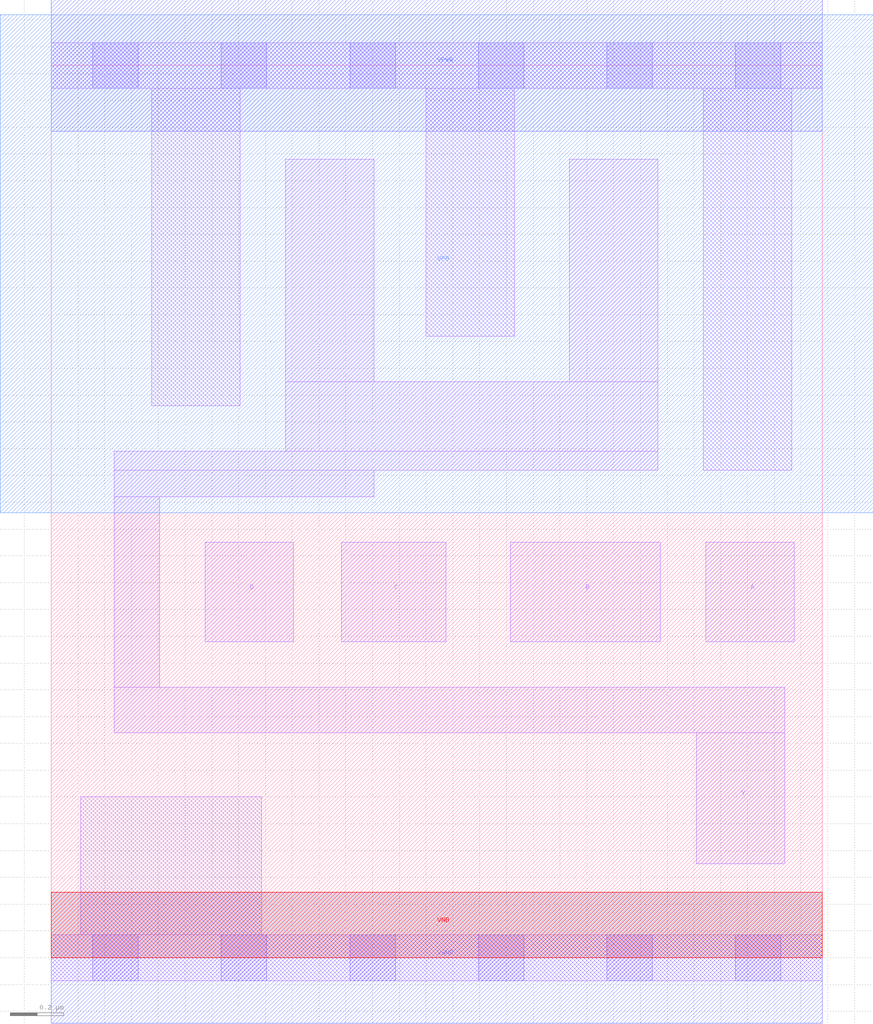
<source format=lef>
# Copyright 2020 The SkyWater PDK Authors
#
# Licensed under the Apache License, Version 2.0 (the "License");
# you may not use this file except in compliance with the License.
# You may obtain a copy of the License at
#
#     https://www.apache.org/licenses/LICENSE-2.0
#
# Unless required by applicable law or agreed to in writing, software
# distributed under the License is distributed on an "AS IS" BASIS,
# WITHOUT WARRANTIES OR CONDITIONS OF ANY KIND, either express or implied.
# See the License for the specific language governing permissions and
# limitations under the License.
#
# SPDX-License-Identifier: Apache-2.0

VERSION 5.7 ;
  NOWIREEXTENSIONATPIN ON ;
  DIVIDERCHAR "/" ;
  BUSBITCHARS "[]" ;
MACRO sky130_fd_sc_ls__nand4_1
  CLASS CORE ;
  FOREIGN sky130_fd_sc_ls__nand4_1 ;
  ORIGIN  0.000000  0.000000 ;
  SIZE  2.880000 BY  3.330000 ;
  SYMMETRY X Y ;
  SITE unit ;
  PIN A
    ANTENNAGATEAREA  0.279000 ;
    DIRECTION INPUT ;
    USE SIGNAL ;
    PORT
      LAYER li1 ;
        RECT 2.445000 1.180000 2.775000 1.550000 ;
    END
  END A
  PIN B
    ANTENNAGATEAREA  0.279000 ;
    DIRECTION INPUT ;
    USE SIGNAL ;
    PORT
      LAYER li1 ;
        RECT 1.715000 1.180000 2.275000 1.550000 ;
    END
  END B
  PIN C
    ANTENNAGATEAREA  0.279000 ;
    DIRECTION INPUT ;
    USE SIGNAL ;
    PORT
      LAYER li1 ;
        RECT 1.085000 1.180000 1.475000 1.550000 ;
    END
  END C
  PIN D
    ANTENNAGATEAREA  0.279000 ;
    DIRECTION INPUT ;
    USE SIGNAL ;
    PORT
      LAYER li1 ;
        RECT 0.575000 1.180000 0.905000 1.550000 ;
    END
  END D
  PIN VNB
    PORT
      LAYER pwell ;
        RECT 0.000000 0.000000 2.880000 0.245000 ;
    END
  END VNB
  PIN VPB
    PORT
      LAYER nwell ;
        RECT -0.190000 1.660000 3.070000 3.520000 ;
    END
  END VPB
  PIN Y
    ANTENNADIFFAREA  0.936500 ;
    DIRECTION OUTPUT ;
    USE SIGNAL ;
    PORT
      LAYER li1 ;
        RECT 0.235000 0.840000 2.740000 1.010000 ;
        RECT 0.235000 1.010000 0.405000 1.720000 ;
        RECT 0.235000 1.720000 1.205000 1.820000 ;
        RECT 0.235000 1.820000 2.265000 1.890000 ;
        RECT 0.875000 1.890000 2.265000 2.150000 ;
        RECT 0.875000 2.150000 1.205000 2.980000 ;
        RECT 1.935000 2.150000 2.265000 2.980000 ;
        RECT 2.410000 0.350000 2.740000 0.840000 ;
    END
  END Y
  PIN VGND
    DIRECTION INOUT ;
    SHAPE ABUTMENT ;
    USE GROUND ;
    PORT
      LAYER met1 ;
        RECT 0.000000 -0.245000 2.880000 0.245000 ;
    END
  END VGND
  PIN VPWR
    DIRECTION INOUT ;
    SHAPE ABUTMENT ;
    USE POWER ;
    PORT
      LAYER met1 ;
        RECT 0.000000 3.085000 2.880000 3.575000 ;
    END
  END VPWR
  OBS
    LAYER li1 ;
      RECT 0.000000 -0.085000 2.880000 0.085000 ;
      RECT 0.000000  3.245000 2.880000 3.415000 ;
      RECT 0.110000  0.085000 0.785000 0.600000 ;
      RECT 0.375000  2.060000 0.705000 3.245000 ;
      RECT 1.400000  2.320000 1.730000 3.245000 ;
      RECT 2.435000  1.820000 2.765000 3.245000 ;
    LAYER mcon ;
      RECT 0.155000 -0.085000 0.325000 0.085000 ;
      RECT 0.155000  3.245000 0.325000 3.415000 ;
      RECT 0.635000 -0.085000 0.805000 0.085000 ;
      RECT 0.635000  3.245000 0.805000 3.415000 ;
      RECT 1.115000 -0.085000 1.285000 0.085000 ;
      RECT 1.115000  3.245000 1.285000 3.415000 ;
      RECT 1.595000 -0.085000 1.765000 0.085000 ;
      RECT 1.595000  3.245000 1.765000 3.415000 ;
      RECT 2.075000 -0.085000 2.245000 0.085000 ;
      RECT 2.075000  3.245000 2.245000 3.415000 ;
      RECT 2.555000 -0.085000 2.725000 0.085000 ;
      RECT 2.555000  3.245000 2.725000 3.415000 ;
  END
END sky130_fd_sc_ls__nand4_1
END LIBRARY

</source>
